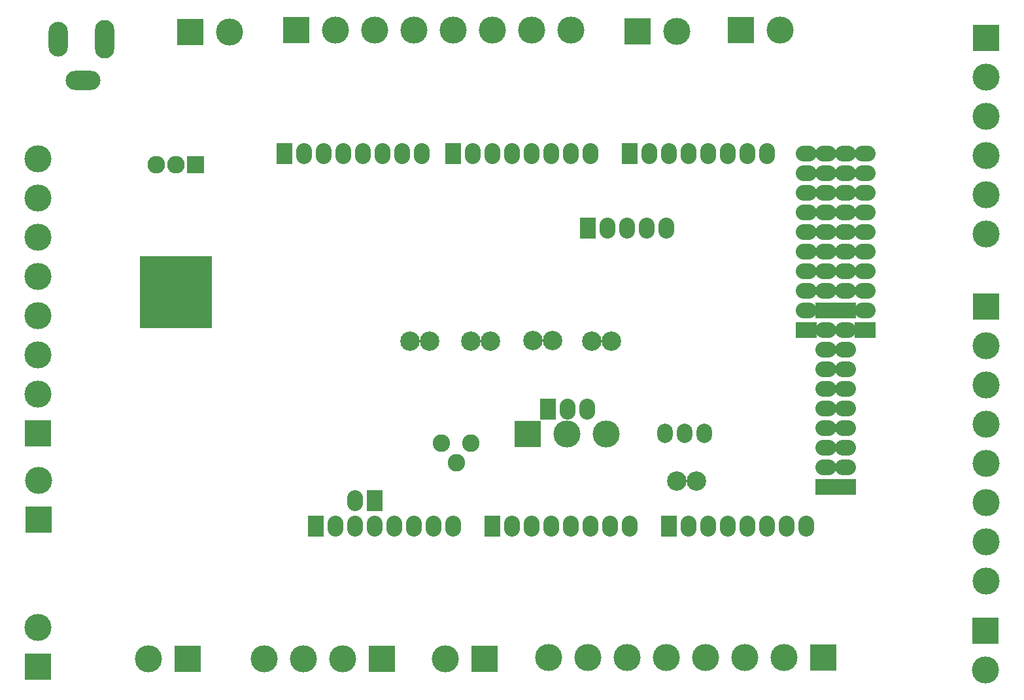
<source format=gbs>
G04 (created by PCBNEW-RS274X (2010-11-03 BZR 2592)-stable) date Sat 17 Mar 2012 17:18:43 COT*
G01*
G70*
G90*
%MOIN*%
G04 Gerber Fmt 3.4, Leading zero omitted, Abs format*
%FSLAX34Y34*%
G04 APERTURE LIST*
%ADD10C,0.006000*%
%ADD11O,0.079100X0.098700*%
%ADD12C,0.088900*%
%ADD13C,0.098700*%
%ADD14R,0.106600X0.080000*%
%ADD15O,0.106600X0.080000*%
%ADD16R,0.080000X0.106600*%
%ADD17O,0.080000X0.106600*%
%ADD18R,0.138100X0.138100*%
%ADD19C,0.138100*%
%ADD20O,0.177500X0.098700*%
%ADD21O,0.098700X0.177500*%
%ADD22O,0.098700X0.197200*%
%ADD23R,0.090000X0.090000*%
%ADD24C,0.090000*%
%ADD25R,0.370000X0.370000*%
G04 APERTURE END LIST*
G54D10*
G54D11*
X65100Y-44650D03*
X66100Y-44650D03*
X67100Y-44650D03*
G54D12*
X53700Y-45150D03*
X54450Y-46150D03*
X55200Y-45150D03*
G54D13*
X66700Y-47100D03*
X65700Y-47100D03*
G54D14*
X74300Y-47400D03*
G54D15*
X74300Y-46400D03*
X74300Y-45400D03*
X74300Y-44400D03*
X74300Y-43400D03*
X74300Y-42400D03*
X74300Y-41400D03*
X74300Y-40400D03*
X74300Y-39400D03*
G54D14*
X73300Y-47400D03*
G54D15*
X73300Y-46400D03*
X73300Y-45400D03*
X73300Y-44400D03*
X73300Y-43400D03*
X73300Y-42400D03*
X73300Y-41400D03*
X73300Y-40400D03*
X73300Y-39400D03*
G54D14*
X73300Y-38400D03*
G54D15*
X73300Y-37400D03*
X73300Y-36400D03*
X73300Y-35400D03*
X73300Y-34400D03*
X73300Y-33400D03*
X73300Y-32400D03*
X73300Y-31400D03*
X73300Y-30400D03*
G54D14*
X74300Y-38400D03*
G54D15*
X74300Y-37400D03*
X74300Y-36400D03*
X74300Y-35400D03*
X74300Y-34400D03*
X74300Y-33400D03*
X74300Y-32400D03*
X74300Y-31400D03*
X74300Y-30400D03*
G54D16*
X56300Y-49400D03*
G54D17*
X57300Y-49400D03*
X58300Y-49400D03*
X59300Y-49400D03*
X60300Y-49400D03*
X61300Y-49400D03*
X62300Y-49400D03*
X63300Y-49400D03*
G54D16*
X65300Y-49400D03*
G54D17*
X66300Y-49400D03*
X67300Y-49400D03*
X68300Y-49400D03*
X69300Y-49400D03*
X70300Y-49400D03*
X71300Y-49400D03*
X72300Y-49400D03*
G54D16*
X45700Y-30400D03*
G54D17*
X46700Y-30400D03*
X47700Y-30400D03*
X48700Y-30400D03*
X49700Y-30400D03*
X50700Y-30400D03*
X51700Y-30400D03*
X52700Y-30400D03*
G54D16*
X54300Y-30400D03*
G54D17*
X55300Y-30400D03*
X56300Y-30400D03*
X57300Y-30400D03*
X58300Y-30400D03*
X59300Y-30400D03*
X60300Y-30400D03*
X61300Y-30400D03*
G54D16*
X63300Y-30400D03*
G54D17*
X64300Y-30400D03*
X65300Y-30400D03*
X66300Y-30400D03*
X67300Y-30400D03*
X68300Y-30400D03*
X69300Y-30400D03*
X70300Y-30400D03*
G54D16*
X61150Y-34200D03*
G54D17*
X62150Y-34200D03*
X63150Y-34200D03*
X64150Y-34200D03*
X65150Y-34200D03*
G54D18*
X73150Y-56100D03*
G54D19*
X71150Y-56100D03*
X69150Y-56100D03*
X67150Y-56100D03*
X65150Y-56100D03*
X63150Y-56100D03*
X61150Y-56100D03*
X59150Y-56100D03*
G54D18*
X33125Y-44675D03*
G54D19*
X33125Y-42675D03*
X33125Y-40675D03*
X33125Y-38675D03*
X33125Y-36675D03*
X33125Y-34675D03*
X33125Y-32675D03*
X33125Y-30675D03*
G54D18*
X81450Y-38200D03*
G54D19*
X81450Y-40200D03*
X81450Y-42200D03*
X81450Y-44200D03*
X81450Y-46200D03*
X81450Y-48200D03*
X81450Y-50200D03*
X81450Y-52200D03*
G54D18*
X46300Y-24100D03*
G54D19*
X48300Y-24100D03*
X50300Y-24100D03*
X52300Y-24100D03*
X54300Y-24100D03*
X56300Y-24100D03*
X58300Y-24100D03*
X60300Y-24100D03*
G54D18*
X50650Y-56150D03*
G54D19*
X48650Y-56150D03*
X46650Y-56150D03*
X44650Y-56150D03*
G54D18*
X58100Y-44700D03*
G54D19*
X60100Y-44700D03*
X62100Y-44700D03*
G54D18*
X68950Y-24100D03*
G54D19*
X70950Y-24100D03*
G54D18*
X40750Y-56150D03*
G54D19*
X38750Y-56150D03*
G54D18*
X40900Y-24200D03*
G54D19*
X42900Y-24200D03*
G54D18*
X63700Y-24150D03*
G54D19*
X65700Y-24150D03*
G54D18*
X55900Y-56150D03*
G54D19*
X53900Y-56150D03*
G54D18*
X33150Y-49050D03*
G54D19*
X33150Y-47050D03*
G54D16*
X47300Y-49400D03*
G54D17*
X48300Y-49400D03*
X49300Y-49400D03*
X50300Y-49400D03*
X51300Y-49400D03*
X52300Y-49400D03*
X53300Y-49400D03*
X54300Y-49400D03*
G54D18*
X81425Y-54725D03*
G54D19*
X81425Y-56725D03*
G54D16*
X50300Y-48100D03*
G54D17*
X49300Y-48100D03*
G54D14*
X72300Y-39400D03*
G54D15*
X72300Y-38400D03*
X72300Y-37400D03*
X72300Y-36400D03*
X72300Y-35400D03*
X72300Y-34400D03*
X72300Y-33400D03*
X72300Y-32400D03*
X72300Y-31400D03*
X72300Y-30400D03*
G54D14*
X75300Y-39400D03*
G54D15*
X75300Y-38400D03*
X75300Y-37400D03*
X75300Y-36400D03*
X75300Y-35400D03*
X75300Y-34400D03*
X75300Y-33400D03*
X75300Y-32400D03*
X75300Y-31400D03*
X75300Y-30400D03*
G54D18*
X81450Y-24500D03*
G54D19*
X81450Y-26500D03*
X81450Y-28500D03*
X81450Y-30500D03*
X81450Y-32500D03*
X81450Y-34500D03*
G54D18*
X33125Y-56575D03*
G54D19*
X33125Y-54575D03*
G54D13*
X53075Y-39950D03*
X52075Y-39950D03*
X56200Y-39950D03*
X55200Y-39950D03*
X59350Y-39925D03*
X58350Y-39925D03*
X62350Y-39950D03*
X61350Y-39950D03*
G54D20*
X35428Y-26662D03*
G54D21*
X34148Y-24575D03*
G54D22*
X36511Y-24575D03*
G54D23*
X41150Y-30975D03*
G54D24*
X40150Y-30975D03*
X39150Y-30975D03*
G54D25*
X40150Y-37475D03*
G54D16*
X59125Y-43425D03*
G54D17*
X60125Y-43425D03*
X61125Y-43425D03*
M02*

</source>
